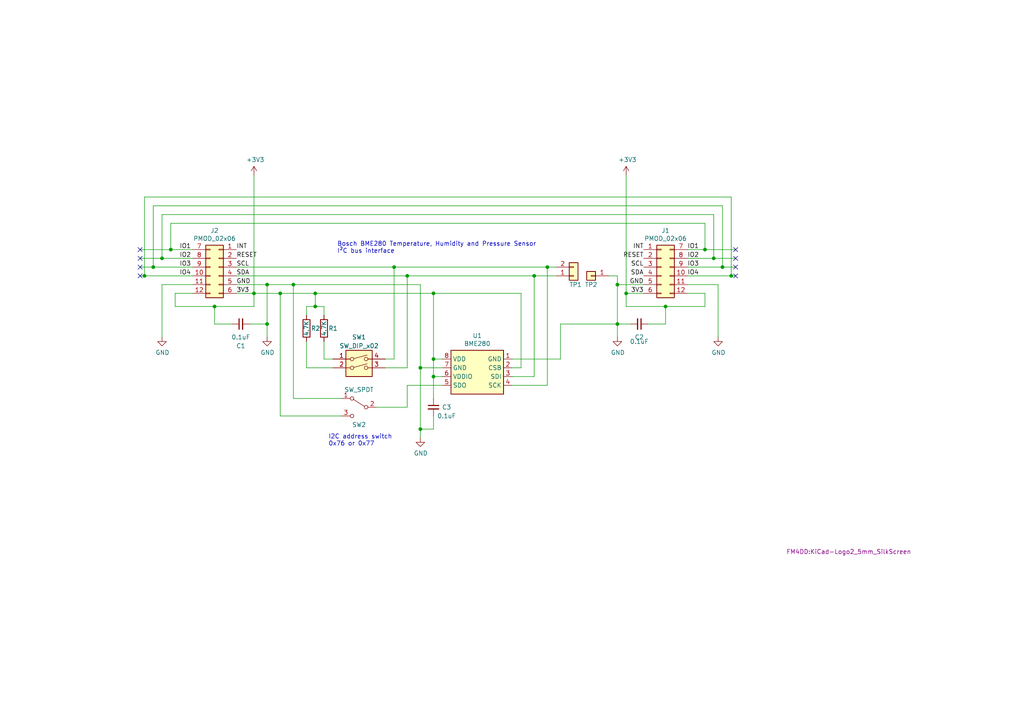
<source format=kicad_sch>
(kicad_sch (version 20211123) (generator eeschema)
  (paper "A4")
  (title_block (title "BME280 PMOD") (date "2022-04-20") (rev "V1.0") (company "FM4DD") (comment 1 "2022 (C) FM4DD") (comment 2 "SGM6603-5.0 Step-Up IC") (comment 3 "License: CC-BY-SA 4.0"))
  (lib_symbols
    (symbol "Connector_Generic:Conn_01x02" (pin_names (offset 1.016) hide)
      (property "Reference" "J" (at 0 2.54 0))
      (property "Value" "Conn_01x02" (at 0 -5.08 0))
      (symbol "Conn_01x02_1_1"
        (rectangle (start -1.27 -2.413) (end 0 -2.667) (stroke (width 0.1524)))
        (rectangle (start -1.27 0.127) (end 0 -0.127) (stroke (width 0.1524)))
        (rectangle (start -1.27 1.27) (end 1.27 -3.81) (stroke (width 0.254)) (fill (type background)))
        (pin passive line (at -5.08 0 0) (length 3.81) (name "Pin_1") (number "1"))
        (pin passive line (at -5.08 -2.54 0) (length 3.81) (name "Pin_2") (number "2"))
      )
    )
    (symbol "Connector_Generic:Conn_02x06_Top_Bottom" (pin_names (offset 1.016) hide)
      (property "Reference" "J" (at 1.27 7.62 0))
      (property "Value" "Conn_02x06_Top_Bottom" (at 1.27 -10.16 0))
      (symbol "Conn_02x06_Top_Bottom_1_1"
        (rectangle (start -1.27 -7.493) (end 0 -7.747) (stroke (width 0.1524)))
        (rectangle (start -1.27 -4.953) (end 0 -5.207) (stroke (width 0.1524)))
        (rectangle (start -1.27 -2.413) (end 0 -2.667) (stroke (width 0.1524)))
        (rectangle (start -1.27 0.127) (end 0 -0.127) (stroke (width 0.1524)))
        (rectangle (start -1.27 2.667) (end 0 2.413) (stroke (width 0.1524)))
        (rectangle (start -1.27 5.207) (end 0 4.953) (stroke (width 0.1524)))
        (rectangle (start -1.27 6.35) (end 3.81 -8.89) (stroke (width 0.254)) (fill (type background)))
        (rectangle (start 3.81 -7.493) (end 2.54 -7.747) (stroke (width 0.1524)))
        (rectangle (start 3.81 -4.953) (end 2.54 -5.207) (stroke (width 0.1524)))
        (rectangle (start 3.81 -2.413) (end 2.54 -2.667) (stroke (width 0.1524)))
        (rectangle (start 3.81 0.127) (end 2.54 -0.127) (stroke (width 0.1524)))
        (rectangle (start 3.81 2.667) (end 2.54 2.413) (stroke (width 0.1524)))
        (rectangle (start 3.81 5.207) (end 2.54 4.953) (stroke (width 0.1524)))
        (pin passive line (at -5.08 5.08 0) (length 3.81) (name "Pin_1") (number "1"))
        (pin passive line (at 7.62 -2.54 180) (length 3.81) (name "Pin_10") (number "10"))
        (pin passive line (at 7.62 -5.08 180) (length 3.81) (name "Pin_11") (number "11"))
        (pin passive line (at 7.62 -7.62 180) (length 3.81) (name "Pin_12") (number "12"))
        (pin passive line (at -5.08 2.54 0) (length 3.81) (name "Pin_2") (number "2"))
        (pin passive line (at -5.08 0 0) (length 3.81) (name "Pin_3") (number "3"))
        (pin passive line (at -5.08 -2.54 0) (length 3.81) (name "Pin_4") (number "4"))
        (pin passive line (at -5.08 -5.08 0) (length 3.81) (name "Pin_5") (number "5"))
        (pin passive line (at -5.08 -7.62 0) (length 3.81) (name "Pin_6") (number "6"))
        (pin passive line (at 7.62 5.08 180) (length 3.81) (name "Pin_7") (number "7"))
        (pin passive line (at 7.62 2.54 180) (length 3.81) (name "Pin_8") (number "8"))
        (pin passive line (at 7.62 0 180) (length 3.81) (name "Pin_9") (number "9"))
      )
    )
    (symbol "Device:C_Small" (pin_numbers hide) (pin_names (offset 0.254) hide)
      (property "Reference" "C" (at 0.254 1.778 0))
      (property "Value" "C_Small" (at 0.254 -2.032 0))
      (symbol "C_Small_0_1"
        (polyline (pts (xy -1.524 -0.508) (xy 1.524 -0.508)) (stroke (width 0.3302)))
        (polyline (pts (xy -1.524 0.508) (xy 1.524 0.508)) (stroke (width 0.3048)))
      )
      (symbol "C_Small_1_1"
        (pin passive line (at 0 2.54 270) (length 2.032) (name "~") (number "1"))
        (pin passive line (at 0 -2.54 90) (length 2.032) (name "~") (number "2"))
      )
    )
    (symbol "Device:R" (pin_numbers hide) (pin_names (offset 0))
      (property "Reference" "R" (at 2.032 0 90))
      (property "Value" "R" (at 0 0 90))
      (symbol "R_0_1"
        (rectangle (start -1.016 -2.54) (end 1.016 2.54) (stroke (width 0.254)))
      )
      (symbol "R_1_1"
        (pin passive line (at 0 3.81 270) (length 1.27) (name "~") (number "1"))
        (pin passive line (at 0 -3.81 90) (length 1.27) (name "~") (number "2"))
      )
    )
    (symbol "FM4DD:BME280"
      (property "Reference" "U" (at -6.35 7.62 0))
      (property "Value" "BME280" (at 3.81 7.62 0))
      (symbol "BME280_0_1"
        (rectangle (start -7.62 6.35) (end 7.62 -6.35) (stroke (width 0.254)) (fill (type background)))
      )
      (symbol "BME280_1_1"
        (pin power_in line (at 10.16 3.81 180) (length 2.5654) (name "GND") (number "1"))
        (pin input line (at 10.16 1.27 180) (length 2.5654) (name "CSB") (number "2"))
        (pin bidirectional line (at 10.16 -1.27 180) (length 2.5654) (name "SDI") (number "3"))
        (pin input line (at 10.16 -3.81 180) (length 2.5654) (name "SCK") (number "4"))
        (pin bidirectional line (at -10.16 -3.81 0) (length 2.5654) (name "SDO") (number "5"))
        (pin power_in line (at -10.16 -1.27 0) (length 2.5654) (name "VDDIO") (number "6"))
        (pin power_in line (at -10.16 1.27 0) (length 2.5654) (name "GND") (number "7"))
        (pin power_in line (at -10.16 3.81 0) (length 2.5654) (name "VDD") (number "8"))
      )
    )
    (symbol "FM4DD:Logo_KiCad_5mm" (pin_names (offset 1.016))
      (property "Footprint" "FM4DD:KiCad-Logo2_5mm_SilkScreen" (at 0 0 0))
    )
    (symbol "FM4DD:TestPoint_Conn_01x01" (pin_names (offset 1.016) hide)
      (property "Reference" "TP" (at 0 2.54 0))
      (property "Value" "TestPoint_Conn_01x01" (at 0 -2.54 0))
      (symbol "TestPoint_Conn_01x01_1_1"
        (rectangle (start -1.27 0.127) (end 0 -0.127) (stroke (width 0.1524)))
        (rectangle (start -1.27 1.27) (end 1.27 -1.27) (stroke (width 0.254)) (fill (type background)))
        (pin passive line (at -5.08 0 0) (length 3.81) (name "Pin_1") (number "1"))
      )
    )
    (symbol "Switch:SW_DIP_x02" (pin_names (offset 0) hide)
      (property "Reference" "SW" (at 0 6.35 0))
      (property "Value" "SW_DIP_x02" (at 0 -3.81 0))
      (symbol "SW_DIP_x02_0_0"
        (circle (center -2.032 0) (radius 0.508))
        (circle (center -2.032 2.54) (radius 0.508))
        (polyline (pts (xy -1.524 0.127) (xy 2.3622 1.1684)))
        (polyline (pts (xy -1.524 2.667) (xy 2.3622 3.7084)))
        (circle (center 2.032 0) (radius 0.508))
        (circle (center 2.032 2.54) (radius 0.508))
      )
      (symbol "SW_DIP_x02_0_1"
        (rectangle (start -3.81 5.08) (end 3.81 -2.54) (stroke (width 0.254)) (fill (type background)))
      )
      (symbol "SW_DIP_x02_1_1"
        (pin passive line (at -7.62 2.54 0) (length 5.08) (name "~") (number "1"))
        (pin passive line (at -7.62 0 0) (length 5.08) (name "~") (number "2"))
        (pin passive line (at 7.62 0 180) (length 5.08) (name "~") (number "3"))
        (pin passive line (at 7.62 2.54 180) (length 5.08) (name "~") (number "4"))
      )
    )
    (symbol "Switch:SW_SPDT" (pin_names (offset 0) hide)
      (property "Reference" "SW" (at 0 4.318 0))
      (property "Value" "SW_SPDT" (at 0 -5.08 0))
      (symbol "SW_SPDT_0_0"
        (circle (center -2.032 0) (radius 0.508))
        (circle (center 2.032 -2.54) (radius 0.508))
      )
      (symbol "SW_SPDT_0_1"
        (polyline (pts (xy -1.524 0.254) (xy 1.651 2.286)))
        (circle (center 2.032 2.54) (radius 0.508))
      )
      (symbol "SW_SPDT_1_1"
        (pin passive line (at 5.08 2.54 180) (length 2.54) (name "A") (number "1"))
        (pin passive line (at -5.08 0 0) (length 2.54) (name "B") (number "2"))
        (pin passive line (at 5.08 -2.54 180) (length 2.54) (name "C") (number "3"))
      )
    )
    (symbol "power:+3V3" (power) (pin_names (offset 0))
      (property "Value" "+3V3" (at 0 3.556 0))
      (symbol "+3V3_0_1"
        (polyline (pts (xy -0.762 1.27) (xy 0 2.54)))
        (polyline (pts (xy 0 0) (xy 0 2.54)))
        (polyline (pts (xy 0 2.54) (xy 0.762 1.27)))
      )
      (symbol "+3V3_1_1"
        (pin power_in line (at 0 0 90) (length 0) hide (name "+3V3") (number "1"))
      )
    )
    (symbol "power:GND" (power) (pin_names (offset 0))
      (property "Value" "GND" (at 0 -3.81 0))
      (symbol "GND_0_1"
        (polyline (pts (xy 0 0) (xy 0 -1.27) (xy 1.27 -1.27) (xy 0 -2.54) (xy -1.27 -1.27) (xy 0 -1.27)))
      )
      (symbol "GND_1_1"
        (pin power_in line (at 0 0 270) (length 0) hide (name "GND") (number "1"))
      )
    )
  )
  (junction (at 204.47 72.39))
  (junction (at 77.47 82.55))
  (junction (at 207.01 74.93))
  (junction (at 81.28 85.09))
  (junction (at 77.47 93.98))
  (junction (at 179.07 93.98))
  (junction (at 41.91 80.01))
  (junction (at 118.11 80.01))
  (junction (at 73.66 85.09))
  (junction (at 209.55 77.47))
  (junction (at 121.92 124.46))
  (junction (at 91.44 88.9))
  (junction (at 181.61 85.09))
  (junction (at 125.73 85.09))
  (junction (at 125.73 104.14))
  (junction (at 62.23 88.9))
  (junction (at 121.92 106.68))
  (junction (at 49.53 72.39))
  (junction (at 91.44 85.09))
  (junction (at 158.75 77.47))
  (junction (at 179.07 82.55))
  (junction (at 125.73 109.22))
  (junction (at 114.3 77.47))
  (junction (at 154.94 80.01))
  (junction (at 85.09 82.55))
  (junction (at 212.09 80.01))
  (junction (at 46.99 74.93))
  (junction (at 193.04 88.9))
  (junction (at 44.45 77.47))
  (no_connect (at 40.64 80.01))
  (no_connect (at 213.36 72.39))
  (no_connect (at 40.64 72.39))
  (no_connect (at 213.36 74.93))
  (no_connect (at 213.36 77.47))
  (no_connect (at 40.64 74.93))
  (no_connect (at 213.36 80.01))
  (no_connect (at 40.64 77.47))
  (wire (pts (xy 73.66 50.8) (xy 73.66 85.09)))
  (wire (pts (xy 193.04 88.9) (xy 204.47 88.9)))
  (wire (pts (xy 49.53 72.39) (xy 49.53 64.77)))
  (wire (pts (xy 55.88 82.55) (xy 46.99 82.55)))
  (wire (pts (xy 158.75 77.47) (xy 158.75 111.76)))
  (wire (pts (xy 128.27 109.22) (xy 125.73 109.22)))
  (wire (pts (xy 114.3 77.47) (xy 114.3 104.14)))
  (wire (pts (xy 99.06 115.57) (xy 85.09 115.57)))
  (wire (pts (xy 91.44 88.9) (xy 88.9 88.9)))
  (wire (pts (xy 212.09 57.15) (xy 212.09 80.01)))
  (wire (pts (xy 72.39 93.98) (xy 77.47 93.98)))
  (wire (pts (xy 118.11 80.01) (xy 154.94 80.01)))
  (wire (pts (xy 212.09 80.01) (xy 213.36 80.01)))
  (wire (pts (xy 207.01 62.23) (xy 207.01 74.93)))
  (wire (pts (xy 46.99 62.23) (xy 207.01 62.23)))
  (wire (pts (xy 118.11 111.76) (xy 118.11 118.11)))
  (wire (pts (xy 46.99 74.93) (xy 55.88 74.93)))
  (wire (pts (xy 93.98 99.06) (xy 93.98 104.14)))
  (wire (pts (xy 148.59 106.68) (xy 151.13 106.68)))
  (wire (pts (xy 154.94 80.01) (xy 161.29 80.01)))
  (wire (pts (xy 111.76 106.68) (xy 118.11 106.68)))
  (wire (pts (xy 114.3 77.47) (xy 158.75 77.47)))
  (wire (pts (xy 41.91 80.01) (xy 41.91 57.15)))
  (wire (pts (xy 125.73 124.46) (xy 121.92 124.46)))
  (wire (pts (xy 118.11 111.76) (xy 128.27 111.76)))
  (wire (pts (xy 128.27 106.68) (xy 121.92 106.68)))
  (wire (pts (xy 46.99 82.55) (xy 46.99 97.79)))
  (wire (pts (xy 62.23 88.9) (xy 50.8 88.9)))
  (wire (pts (xy 208.28 82.55) (xy 208.28 97.79)))
  (wire (pts (xy 209.55 77.47) (xy 213.36 77.47)))
  (wire (pts (xy 50.8 85.09) (xy 55.88 85.09)))
  (wire (pts (xy 96.52 104.14) (xy 93.98 104.14)))
  (wire (pts (xy 176.53 80.01) (xy 179.07 80.01)))
  (wire (pts (xy 179.07 80.01) (xy 179.07 82.55)))
  (wire (pts (xy 187.96 93.98) (xy 193.04 93.98)))
  (wire (pts (xy 204.47 64.77) (xy 204.47 72.39)))
  (wire (pts (xy 88.9 106.68) (xy 96.52 106.68)))
  (wire (pts (xy 77.47 93.98) (xy 77.47 97.79)))
  (wire (pts (xy 199.39 72.39) (xy 204.47 72.39)))
  (wire (pts (xy 181.61 50.8) (xy 181.61 85.09)))
  (wire (pts (xy 91.44 85.09) (xy 91.44 88.9)))
  (wire (pts (xy 121.92 106.68) (xy 121.92 124.46)))
  (wire (pts (xy 148.59 104.14) (xy 162.56 104.14)))
  (wire (pts (xy 151.13 106.68) (xy 151.13 85.09)))
  (wire (pts (xy 125.73 120.65) (xy 125.73 124.46)))
  (wire (pts (xy 125.73 109.22) (xy 125.73 104.14)))
  (wire (pts (xy 179.07 93.98) (xy 179.07 97.79)))
  (wire (pts (xy 118.11 118.11) (xy 109.22 118.11)))
  (wire (pts (xy 193.04 93.98) (xy 193.04 88.9)))
  (wire (pts (xy 121.92 82.55) (xy 121.92 106.68)))
  (wire (pts (xy 73.66 85.09) (xy 73.66 88.9)))
  (wire (pts (xy 111.76 104.14) (xy 114.3 104.14)))
  (wire (pts (xy 88.9 91.44) (xy 88.9 88.9)))
  (wire (pts (xy 154.94 80.01) (xy 154.94 109.22)))
  (wire (pts (xy 207.01 74.93) (xy 213.36 74.93)))
  (wire (pts (xy 91.44 85.09) (xy 125.73 85.09)))
  (wire (pts (xy 88.9 99.06) (xy 88.9 106.68)))
  (wire (pts (xy 125.73 109.22) (xy 125.73 115.57)))
  (wire (pts (xy 73.66 85.09) (xy 81.28 85.09)))
  (wire (pts (xy 49.53 72.39) (xy 55.88 72.39)))
  (wire (pts (xy 77.47 82.55) (xy 77.47 93.98)))
  (wire (pts (xy 125.73 85.09) (xy 151.13 85.09)))
  (wire (pts (xy 186.69 85.09) (xy 181.61 85.09)))
  (wire (pts (xy 85.09 82.55) (xy 121.92 82.55)))
  (wire (pts (xy 68.58 85.09) (xy 73.66 85.09)))
  (wire (pts (xy 44.45 77.47) (xy 40.64 77.47)))
  (wire (pts (xy 49.53 64.77) (xy 204.47 64.77)))
  (wire (pts (xy 209.55 59.69) (xy 209.55 77.47)))
  (wire (pts (xy 41.91 80.01) (xy 40.64 80.01)))
  (wire (pts (xy 68.58 80.01) (xy 118.11 80.01)))
  (wire (pts (xy 158.75 77.47) (xy 161.29 77.47)))
  (wire (pts (xy 162.56 93.98) (xy 162.56 104.14)))
  (wire (pts (xy 46.99 74.93) (xy 40.64 74.93)))
  (wire (pts (xy 182.88 93.98) (xy 179.07 93.98)))
  (wire (pts (xy 199.39 77.47) (xy 209.55 77.47)))
  (wire (pts (xy 179.07 82.55) (xy 179.07 93.98)))
  (wire (pts (xy 44.45 59.69) (xy 209.55 59.69)))
  (wire (pts (xy 73.66 88.9) (xy 62.23 88.9)))
  (wire (pts (xy 85.09 115.57) (xy 85.09 82.55)))
  (wire (pts (xy 50.8 88.9) (xy 50.8 85.09)))
  (wire (pts (xy 62.23 93.98) (xy 62.23 88.9)))
  (wire (pts (xy 41.91 80.01) (xy 55.88 80.01)))
  (wire (pts (xy 199.39 82.55) (xy 208.28 82.55)))
  (wire (pts (xy 204.47 72.39) (xy 213.36 72.39)))
  (wire (pts (xy 67.31 93.98) (xy 62.23 93.98)))
  (wire (pts (xy 44.45 77.47) (xy 44.45 59.69)))
  (wire (pts (xy 179.07 82.55) (xy 186.69 82.55)))
  (wire (pts (xy 81.28 85.09) (xy 91.44 85.09)))
  (wire (pts (xy 99.06 120.65) (xy 81.28 120.65)))
  (wire (pts (xy 204.47 88.9) (xy 204.47 85.09)))
  (wire (pts (xy 81.28 120.65) (xy 81.28 85.09)))
  (wire (pts (xy 125.73 85.09) (xy 125.73 104.14)))
  (wire (pts (xy 199.39 80.01) (xy 212.09 80.01)))
  (wire (pts (xy 181.61 85.09) (xy 181.61 88.9)))
  (wire (pts (xy 181.61 88.9) (xy 193.04 88.9)))
  (wire (pts (xy 121.92 124.46) (xy 121.92 127)))
  (wire (pts (xy 179.07 93.98) (xy 162.56 93.98)))
  (wire (pts (xy 125.73 104.14) (xy 128.27 104.14)))
  (wire (pts (xy 44.45 77.47) (xy 55.88 77.47)))
  (wire (pts (xy 118.11 80.01) (xy 118.11 106.68)))
  (wire (pts (xy 46.99 74.93) (xy 46.99 62.23)))
  (wire (pts (xy 204.47 85.09) (xy 199.39 85.09)))
  (wire (pts (xy 148.59 109.22) (xy 154.94 109.22)))
  (wire (pts (xy 68.58 82.55) (xy 77.47 82.55)))
  (wire (pts (xy 148.59 111.76) (xy 158.75 111.76)))
  (wire (pts (xy 199.39 74.93) (xy 207.01 74.93)))
  (wire (pts (xy 93.98 88.9) (xy 91.44 88.9)))
  (wire (pts (xy 68.58 77.47) (xy 114.3 77.47)))
  (wire (pts (xy 85.09 82.55) (xy 77.47 82.55)))
  (wire (pts (xy 49.53 72.39) (xy 40.64 72.39)))
  (wire (pts (xy 41.91 57.15) (xy 212.09 57.15)))
  (wire (pts (xy 93.98 91.44) (xy 93.98 88.9)))
  (text "I2C address switch\n0x76 or 0x77" (at 95.25 129.54 0) (effects (font (size 1.27 1.27)) (justify left bottom)))
  (text "Bosch BME280 Temperature, Humidity and Pressure Sensor\nI²C bus interface\n" (at 97.79 73.66 0) (effects (font (size 1.27 1.27)) (justify left bottom)))
  (label "IO3" (at 199.39 77.47 0))
  (label "IO4" (at 199.39 80.01 0))
  (label "SCL" (at 186.69 77.47 180))
  (label "SDA" (at 186.69 80.01 180))
  (label "SDA" (at 68.58 80.01 0))
  (label "RESET" (at 68.58 74.93 0))
  (label "IO2" (at 52.07 74.93 0))
  (label "IO2" (at 199.39 74.93 0))
  (label "IO1" (at 52.07 72.39 0))
  (label "3V3" (at 68.58 85.09 0))
  (label "RESET" (at 186.69 74.93 180))
  (label "IO3" (at 52.07 77.47 0))
  (label "3V3" (at 186.69 85.09 180))
  (label "IO4" (at 52.07 80.01 0))
  (label "GND" (at 186.69 82.55 180))
  (label "GND" (at 68.58 82.55 0))
  (label "INT" (at 186.69 72.39 180))
  (label "SCL" (at 68.58 77.47 0))
  (label "INT" (at 68.58 72.39 0))
  (label "IO1" (at 199.39 72.39 0))
  (symbol (lib_id "power:+3V3") (at 73.66 50.8 0) (unit 1)
    (property "Reference" "#PWR0101" (effects hide))
    (property "Value" "+3V3" (at 74.041 46.3296 0))
  )
  (symbol (lib_id "Device:R") (at 88.9 95.25 0) (unit 1)
    (property "Reference" "R2" (at 90.17 95.25 0) (effects (justify left)))
    (property "Value" "4.7K" (at 88.9 95.25 90))
    (property "Footprint" "Resistor_SMD:R_0603_1608Metric" (effects hide))
  )
  (symbol (lib_id "Device:R") (at 93.98 95.25 0) (unit 1)
    (property "Reference" "R1" (at 95.25 95.25 0) (effects (justify left)))
    (property "Value" "4.7K" (at 93.98 95.25 90))
    (property "Footprint" "Resistor_SMD:R_0603_1608Metric" (effects hide))
  )
  (symbol (lib_id "power:GND") (at 77.47 97.79 0) (unit 1)
    (property "Reference" "#PWR0105" (effects hide))
    (property "Value" "GND" (at 77.597 102.2604 0))
  )
  (symbol (lib_id "Connector_Generic:Conn_02x06_Top_Bottom") (at 63.5 77.47 0) (mirror y) (unit 1)
    (property "Reference" "J2" (at 62.23 66.8782 0))
    (property "Value" "PMOD_02x06" (at 62.23 69.1896 0))
    (property "Footprint" "FM4DD:PMODHeader_2x06_P2.54mm_Horizontal" (effects hide))
  )
  (symbol (lib_id "Connector_Generic:Conn_02x06_Top_Bottom") (at 191.77 77.47 0) (unit 1)
    (property "Reference" "J1" (at 193.04 66.8782 0))
    (property "Value" "PMOD_02x06" (at 193.04 69.1896 0))
    (property "Footprint" "FM4DD:PMODPinSocket_2x06_P2.54mm_Horizontal" (effects hide))
  )
  (symbol (lib_id "power:GND") (at 46.99 97.79 0) (unit 1)
    (property "Reference" "#PWR0102" (effects hide))
    (property "Value" "GND" (at 47.117 102.2604 0))
  )
  (symbol (lib_id "Device:C_Small") (at 69.85 93.98 90) (unit 1)
    (property "Reference" "C1" (at 69.85 100.33 90))
    (property "Value" "0.1uF" (at 69.85 97.79 90))
    (property "Footprint" "Capacitor_SMD:C_0402_1005Metric" (effects hide))
  )
  (symbol (lib_id "power:GND") (at 208.28 97.79 0) (unit 1)
    (property "Reference" "#PWR0103" (effects hide))
    (property "Value" "GND" (at 208.407 102.2604 0))
  )
  (symbol (lib_id "power:GND") (at 179.07 97.79 0) (unit 1)
    (property "Reference" "#PWR0104" (effects hide))
    (property "Value" "GND" (at 179.197 102.2604 0))
  )
  (symbol (lib_id "Device:C_Small") (at 185.42 93.98 270) (unit 1)
    (property "Reference" "C2" (at 185.42 97.79 90))
    (property "Value" "0.1uF" (at 185.42 99.06 90))
    (property "Footprint" "Capacitor_SMD:C_0402_1005Metric" (effects hide))
  )
  (symbol (lib_id "power:+3V3") (at 181.61 50.8 0) (unit 1)
    (property "Reference" "#PWR0106" (effects hide))
    (property "Value" "+3V3" (at 181.991 46.3296 0))
  )
  (symbol (lib_id "FM4DD:BME280") (at 138.43 107.95 0) (unit 1)
    (property "Reference" "U1" (at 138.43 97.3582 0))
    (property "Value" "BME280" (at 138.43 99.6696 0))
    (property "Footprint" "Package_LGA:Bosch_LGA-8_2.5x2.5mm_P0.65mm_ClockwisePinNumbering" (effects hide))
    (property "Datasheet" "https://ae-bst.resource.bosch.com/media/_tech/media/datasheets/BST-BME280-DS002.pdf" (effects hide))
  )
  (symbol (lib_id "FM4DD:Logo_KiCad_5mm") (at 222.25 160.02 0) (unit 1)
    (property "Reference" "L1" (effects hide))
    (property "Value" "Logo_KiCad_5mm" (effects hide))
    (property "Footprint" "FM4DD:KiCad-Logo2_5mm_SilkScreen" (at 228.0412 160.02 0) (effects (justify left)))
  )
  (symbol (lib_id "power:GND") (at 121.92 127 0) (unit 1)
    (property "Reference" "#PWR0107" (effects hide))
    (property "Value" "GND" (at 122.047 131.4704 0))
  )
  (symbol (lib_id "FM4DD:TestPoint_Conn_01x01") (at 171.45 80.01 180) (unit 1)
    (property "Reference" "TP2" (at 171.45 82.55 0))
    (property "Value" "TestPoint_Conn_01x01" (effects hide))
    (property "Footprint" "FM4DD:TestPoint_PinHeader_1x01_P2.54mm_Vertical" (effects hide))
  )
  (symbol (lib_id "Switch:SW_SPDT") (at 104.14 118.11 0) (mirror y) (unit 1)
    (property "Reference" "SW2" (at 104.14 123.19 0))
    (property "Value" "SW_SPDT" (at 104.14 113.03 0))
    (property "Footprint" "FM4DD:SW_SPDT_XKB-SS-3292S" (effects hide))
  )
  (symbol (lib_id "Device:C_Small") (at 125.73 118.11 0) (unit 1)
    (property "Reference" "C3" (at 129.54 118.11 0))
    (property "Value" "0.1uF" (at 129.54 120.65 0))
    (property "Footprint" "Capacitor_SMD:C_0402_1005Metric" (effects hide))
  )
  (symbol (lib_id "Switch:SW_DIP_x02") (at 104.14 106.68 0) (unit 1)
    (property "Reference" "SW1" (at 104.14 97.79 0))
    (property "Value" "SW_DIP_x02" (at 104.14 100.33 0))
    (property "Footprint" "Button_Switch_THT:SW_DIP_SPSTx02_Slide_6.7x6.64mm_W7.62mm_P2.54mm_LowProfile" (effects hide))
  )
  (symbol (lib_id "Connector_Generic:Conn_01x02") (at 166.37 80.01 0) (mirror x) (unit 1)
    (property "Reference" "TP1" (at 165.1 82.55 0) (effects (justify left)))
    (property "Value" "Conn_01x02" (effects hide))
    (property "Footprint" "FM4DD:Testpoint_PinHeader_1x02_P2.54mm_Vertical" (effects hide))
  )
)
</source>
